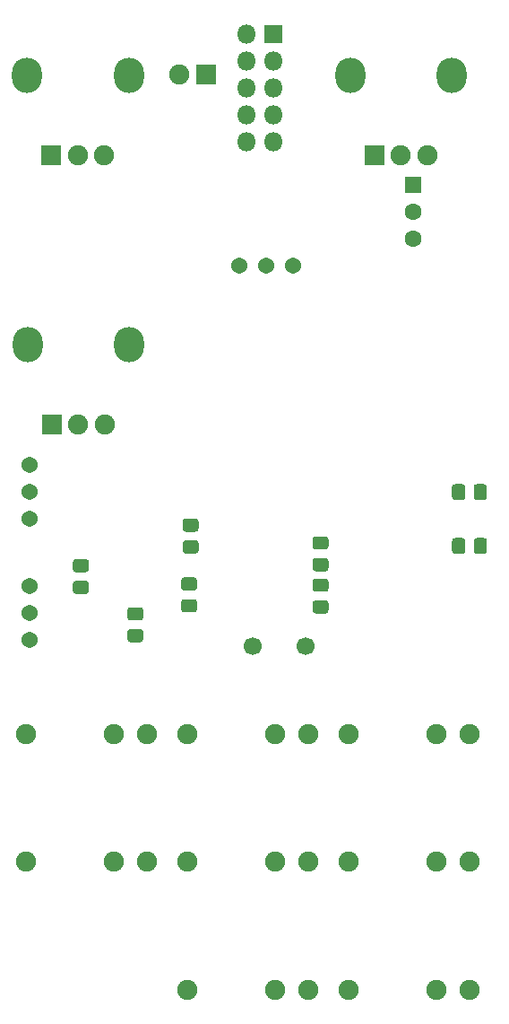
<source format=gbr>
G04 #@! TF.GenerationSoftware,KiCad,Pcbnew,5.1.6-c6e7f7d~87~ubuntu18.04.1*
G04 #@! TF.CreationDate,2020-11-08T18:53:39-05:00*
G04 #@! TF.ProjectId,modulation_source,6d6f6475-6c61-4746-996f-6e5f736f7572,0*
G04 #@! TF.SameCoordinates,Original*
G04 #@! TF.FileFunction,Soldermask,Top*
G04 #@! TF.FilePolarity,Negative*
%FSLAX46Y46*%
G04 Gerber Fmt 4.6, Leading zero omitted, Abs format (unit mm)*
G04 Created by KiCad (PCBNEW 5.1.6-c6e7f7d~87~ubuntu18.04.1) date 2020-11-08 18:53:39*
%MOMM*%
%LPD*%
G01*
G04 APERTURE LIST*
%ADD10R,1.600000X1.600000*%
%ADD11C,1.600000*%
%ADD12C,1.700000*%
%ADD13C,1.540000*%
%ADD14O,2.820000X3.340000*%
%ADD15C,1.900000*%
%ADD16R,1.900000X1.900000*%
%ADD17O,1.800000X1.800000*%
%ADD18R,1.800000X1.800000*%
G04 APERTURE END LIST*
D10*
X142113000Y-68834000D03*
D11*
X142113000Y-73914000D03*
X142113000Y-71374000D03*
D12*
X132000000Y-112395000D03*
X127000000Y-112395000D03*
D13*
X125730000Y-76454000D03*
X128270000Y-76454000D03*
X130810000Y-76454000D03*
D14*
X136170000Y-58540000D03*
X145770000Y-58540000D03*
D15*
X143470000Y-66040000D03*
X140970000Y-66040000D03*
D16*
X138470000Y-66040000D03*
D13*
X105918000Y-106680000D03*
X105918000Y-109220000D03*
X105918000Y-111760000D03*
X105918000Y-95250000D03*
X105918000Y-97790000D03*
X105918000Y-100330000D03*
D14*
X105650000Y-58540000D03*
X115250000Y-58540000D03*
D15*
X112950000Y-66040000D03*
X110450000Y-66040000D03*
D16*
X107950000Y-66040000D03*
D14*
X105690000Y-83940000D03*
X115290000Y-83940000D03*
D15*
X112990000Y-91440000D03*
X110490000Y-91440000D03*
D16*
X107990000Y-91440000D03*
D17*
X126365000Y-64770000D03*
X128905000Y-64770000D03*
X126365000Y-62230000D03*
X128905000Y-62230000D03*
X126365000Y-59690000D03*
X128905000Y-59690000D03*
X126365000Y-57150000D03*
X128905000Y-57150000D03*
X126365000Y-54610000D03*
D18*
X128905000Y-54610000D03*
D15*
X136050000Y-144780000D03*
X147450000Y-144780000D03*
X144350000Y-144780000D03*
X120810000Y-144780000D03*
X132210000Y-144780000D03*
X129110000Y-144780000D03*
X136050000Y-132715000D03*
X147450000Y-132715000D03*
X144350000Y-132715000D03*
X136050000Y-120650000D03*
X147450000Y-120650000D03*
X144350000Y-120650000D03*
X120810000Y-120650000D03*
X132210000Y-120650000D03*
X129110000Y-120650000D03*
X120810000Y-132715000D03*
X132210000Y-132715000D03*
X129110000Y-132715000D03*
X105570000Y-132715000D03*
X116970000Y-132715000D03*
X113870000Y-132715000D03*
X105570000Y-120650000D03*
X116970000Y-120650000D03*
X113870000Y-120650000D03*
X120015000Y-58420000D03*
D16*
X122555000Y-58420000D03*
G36*
G01*
X110265738Y-106217560D02*
X111222262Y-106217560D01*
G75*
G02*
X111494000Y-106489298I0J-271738D01*
G01*
X111494000Y-107195822D01*
G75*
G02*
X111222262Y-107467560I-271738J0D01*
G01*
X110265738Y-107467560D01*
G75*
G02*
X109994000Y-107195822I0J271738D01*
G01*
X109994000Y-106489298D01*
G75*
G02*
X110265738Y-106217560I271738J0D01*
G01*
G37*
G36*
G01*
X110265738Y-104167560D02*
X111222262Y-104167560D01*
G75*
G02*
X111494000Y-104439298I0J-271738D01*
G01*
X111494000Y-105145822D01*
G75*
G02*
X111222262Y-105417560I-271738J0D01*
G01*
X110265738Y-105417560D01*
G75*
G02*
X109994000Y-105145822I0J271738D01*
G01*
X109994000Y-104439298D01*
G75*
G02*
X110265738Y-104167560I271738J0D01*
G01*
G37*
G36*
G01*
X115401618Y-110766920D02*
X116358142Y-110766920D01*
G75*
G02*
X116629880Y-111038658I0J-271738D01*
G01*
X116629880Y-111745182D01*
G75*
G02*
X116358142Y-112016920I-271738J0D01*
G01*
X115401618Y-112016920D01*
G75*
G02*
X115129880Y-111745182I0J271738D01*
G01*
X115129880Y-111038658D01*
G75*
G02*
X115401618Y-110766920I271738J0D01*
G01*
G37*
G36*
G01*
X115401618Y-108716920D02*
X116358142Y-108716920D01*
G75*
G02*
X116629880Y-108988658I0J-271738D01*
G01*
X116629880Y-109695182D01*
G75*
G02*
X116358142Y-109966920I-271738J0D01*
G01*
X115401618Y-109966920D01*
G75*
G02*
X115129880Y-109695182I0J271738D01*
G01*
X115129880Y-108988658D01*
G75*
G02*
X115401618Y-108716920I271738J0D01*
G01*
G37*
G36*
G01*
X120623858Y-102396240D02*
X121580382Y-102396240D01*
G75*
G02*
X121852120Y-102667978I0J-271738D01*
G01*
X121852120Y-103374502D01*
G75*
G02*
X121580382Y-103646240I-271738J0D01*
G01*
X120623858Y-103646240D01*
G75*
G02*
X120352120Y-103374502I0J271738D01*
G01*
X120352120Y-102667978D01*
G75*
G02*
X120623858Y-102396240I271738J0D01*
G01*
G37*
G36*
G01*
X120623858Y-100346240D02*
X121580382Y-100346240D01*
G75*
G02*
X121852120Y-100617978I0J-271738D01*
G01*
X121852120Y-101324502D01*
G75*
G02*
X121580382Y-101596240I-271738J0D01*
G01*
X120623858Y-101596240D01*
G75*
G02*
X120352120Y-101324502I0J271738D01*
G01*
X120352120Y-100617978D01*
G75*
G02*
X120623858Y-100346240I271738J0D01*
G01*
G37*
G36*
G01*
X120489238Y-107952600D02*
X121445762Y-107952600D01*
G75*
G02*
X121717500Y-108224338I0J-271738D01*
G01*
X121717500Y-108930862D01*
G75*
G02*
X121445762Y-109202600I-271738J0D01*
G01*
X120489238Y-109202600D01*
G75*
G02*
X120217500Y-108930862I0J271738D01*
G01*
X120217500Y-108224338D01*
G75*
G02*
X120489238Y-107952600I271738J0D01*
G01*
G37*
G36*
G01*
X120489238Y-105902600D02*
X121445762Y-105902600D01*
G75*
G02*
X121717500Y-106174338I0J-271738D01*
G01*
X121717500Y-106880862D01*
G75*
G02*
X121445762Y-107152600I-271738J0D01*
G01*
X120489238Y-107152600D01*
G75*
G02*
X120217500Y-106880862I0J271738D01*
G01*
X120217500Y-106174338D01*
G75*
G02*
X120489238Y-105902600I271738J0D01*
G01*
G37*
G36*
G01*
X132897138Y-104073800D02*
X133853662Y-104073800D01*
G75*
G02*
X134125400Y-104345538I0J-271738D01*
G01*
X134125400Y-105052062D01*
G75*
G02*
X133853662Y-105323800I-271738J0D01*
G01*
X132897138Y-105323800D01*
G75*
G02*
X132625400Y-105052062I0J271738D01*
G01*
X132625400Y-104345538D01*
G75*
G02*
X132897138Y-104073800I271738J0D01*
G01*
G37*
G36*
G01*
X132897138Y-102023800D02*
X133853662Y-102023800D01*
G75*
G02*
X134125400Y-102295538I0J-271738D01*
G01*
X134125400Y-103002062D01*
G75*
G02*
X133853662Y-103273800I-271738J0D01*
G01*
X132897138Y-103273800D01*
G75*
G02*
X132625400Y-103002062I0J271738D01*
G01*
X132625400Y-102295538D01*
G75*
G02*
X132897138Y-102023800I271738J0D01*
G01*
G37*
G36*
G01*
X132897138Y-108061600D02*
X133853662Y-108061600D01*
G75*
G02*
X134125400Y-108333338I0J-271738D01*
G01*
X134125400Y-109039862D01*
G75*
G02*
X133853662Y-109311600I-271738J0D01*
G01*
X132897138Y-109311600D01*
G75*
G02*
X132625400Y-109039862I0J271738D01*
G01*
X132625400Y-108333338D01*
G75*
G02*
X132897138Y-108061600I271738J0D01*
G01*
G37*
G36*
G01*
X132897138Y-106011600D02*
X133853662Y-106011600D01*
G75*
G02*
X134125400Y-106283338I0J-271738D01*
G01*
X134125400Y-106989862D01*
G75*
G02*
X133853662Y-107261600I-271738J0D01*
G01*
X132897138Y-107261600D01*
G75*
G02*
X132625400Y-106989862I0J271738D01*
G01*
X132625400Y-106283338D01*
G75*
G02*
X132897138Y-106011600I271738J0D01*
G01*
G37*
G36*
G01*
X147856000Y-103411762D02*
X147856000Y-102455238D01*
G75*
G02*
X148127738Y-102183500I271738J0D01*
G01*
X148834262Y-102183500D01*
G75*
G02*
X149106000Y-102455238I0J-271738D01*
G01*
X149106000Y-103411762D01*
G75*
G02*
X148834262Y-103683500I-271738J0D01*
G01*
X148127738Y-103683500D01*
G75*
G02*
X147856000Y-103411762I0J271738D01*
G01*
G37*
G36*
G01*
X145806000Y-103411762D02*
X145806000Y-102455238D01*
G75*
G02*
X146077738Y-102183500I271738J0D01*
G01*
X146784262Y-102183500D01*
G75*
G02*
X147056000Y-102455238I0J-271738D01*
G01*
X147056000Y-103411762D01*
G75*
G02*
X146784262Y-103683500I-271738J0D01*
G01*
X146077738Y-103683500D01*
G75*
G02*
X145806000Y-103411762I0J271738D01*
G01*
G37*
G36*
G01*
X147047000Y-97375238D02*
X147047000Y-98331762D01*
G75*
G02*
X146775262Y-98603500I-271738J0D01*
G01*
X146068738Y-98603500D01*
G75*
G02*
X145797000Y-98331762I0J271738D01*
G01*
X145797000Y-97375238D01*
G75*
G02*
X146068738Y-97103500I271738J0D01*
G01*
X146775262Y-97103500D01*
G75*
G02*
X147047000Y-97375238I0J-271738D01*
G01*
G37*
G36*
G01*
X149097000Y-97375238D02*
X149097000Y-98331762D01*
G75*
G02*
X148825262Y-98603500I-271738J0D01*
G01*
X148118738Y-98603500D01*
G75*
G02*
X147847000Y-98331762I0J271738D01*
G01*
X147847000Y-97375238D01*
G75*
G02*
X148118738Y-97103500I271738J0D01*
G01*
X148825262Y-97103500D01*
G75*
G02*
X149097000Y-97375238I0J-271738D01*
G01*
G37*
M02*

</source>
